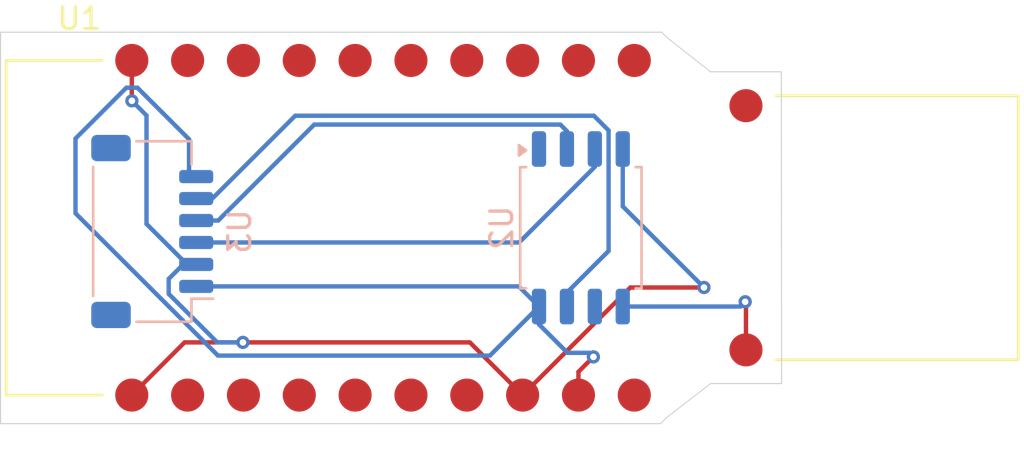
<source format=kicad_pcb>
(kicad_pcb (version 20241229) (generator "pcbnew") (generator_version "9.0")
  (layers (0 "F.Cu" signal) (2 "B.Cu" signal) (13 "F.Paste" user) (15 "B.Paste" user) (5 "F.SilkS" user "F.Silkscreen") (7 "B.SilkS" user "B.Silkscreen") (1 "F.Mask" user) (3 "B.Mask" user) (25 "Edge.Cuts" user))
  (net 0 "")
  (net 3 "/gnd")
  (net 12 "unconnected-(U1-PadVBUS)")
  (net 20 "/btn")
  (net 21 "/rx")
  (net 22 "/vcc")
  (net 23 "/tx")
  (net 25 "/wakeup")
  (footprint "NRF52840-DONGLE:MODULE_NRF52840-DONGLE" (layer "F.Cu") (at 125.125 83.58)
    (property "Reference" "U1" (at -19.685 -9.525 0) (layer "F.SilkS"))
    (property "Value" "NRF52840-DONGLE")
    (fp_line (start -23.02 -7.62) (end -23.02 7.62) (stroke (width 0.127)) (layer "F.SilkS"))
    (fp_line (start -23.02 7.62) (end -18.65 7.62) (stroke (width 0.127)) (layer "F.SilkS"))
    (fp_line (start -18.65 -7.62) (end -23.02 -7.62) (stroke (width 0.127)) (layer "F.SilkS"))
    (fp_line (start 12 -6.01) (end 23.02 -6.01) (stroke (width 0.127)) (layer "F.SilkS"))
    (fp_line (start 23.02 -6.01) (end 23.02 6.01) (stroke (width 0.127)) (layer "F.SilkS"))
    (fp_line (start 23.02 6.01) (end 12 6.01) (stroke (width 0.127)) (layer "F.SilkS"))
    (pad "0.02" smd circle (at -7.145 7.62) (size 1.508 1.508) (layers "F.Cu"))
    (pad "0.09" smd circle (at -12.225 -7.62) (size 1.508 1.508) (layers "F.Cu"))
    (pad "0.10" smd circle (at -14.765 -7.62) (size 1.508 1.508) (layers "F.Cu"))
    (pad "0.13" smd circle (at 5.555 -7.62) (size 1.508 1.508) (layers "F.Cu"))
    (pad "0.15" smd circle (at 3.015 -7.62) (size 1.508 1.508) (layers "F.Cu"))
    (pad "0.17" smd circle (at 0.475 -7.62) (size 1.508 1.508) (layers "F.Cu"))
    (pad "0.20" smd circle (at -2.065 -7.62) (size 1.508 1.508) (layers "F.Cu"))
    (pad "0.22" smd circle (at -4.605 -7.62) (size 1.508 1.508) (layers "F.Cu"))
    (pad "0.24" smd circle (at -7.145 -7.62) (size 1.508 1.508) (layers "F.Cu"))
    (pad "0.29" smd circle (at -4.605 7.62) (size 1.508 1.508) (layers "F.Cu"))
    (pad "0.31" smd circle (at -2.065 7.62) (size 1.508 1.508) (layers "F.Cu"))
    (pad "1.00" smd circle (at -9.685 -7.62) (size 1.508 1.508) (layers "F.Cu"))
    (pad "1.10" smd circle (at -14.765 7.62) (size 1.508 1.508) (layers "F.Cu"))
    (pad "1.13" smd circle (at -12.225 7.62) (size 1.508 1.508) (layers "F.Cu"))
    (pad "1.15" smd circle (at -9.685 7.62) (size 1.508 1.508) (layers "F.Cu"))
    (pad "G1" smd circle (at -17.305 -7.62) (size 1.508 1.508) (layers "F.Cu") (net 3 "/gnd") (padstack (mode front_inner_back) (layer "Inner" (shape circle) (size 1.508 1.508)) (layer "B.Cu" (shape circle) (size 1.508 1.508))))
    (pad "G2" smd circle (at -17.305 7.62) (size 1.508 1.508) (layers "F.Cu") (net 3 "/gnd"))
    (pad "G3" smd circle (at 0.475 7.62) (size 1.508 1.508) (layers "F.Cu") (net 3 "/gnd"))
    (pad "OUT" smd circle (at 3.015 7.62) (size 1.508 1.508) (layers "F.Cu") (net 22 "/vcc"))
    (pad "SWDCLK" smd circle (at 10.635 5.56) (size 1.508 1.508) (layers "F.Cu") (net 20 "/btn"))
    (pad "SWDIO" smd circle (at 10.635 -5.56) (size 1.508 1.508) (layers "F.Cu"))
    (pad "VBUS" smd circle (at 5.555 7.62) (size 1.508 1.508) (layers "F.Cu") (net 12 "unconnected-(U1-PadVBUS)"))
  )
  (footprint "Package_SO:SOIC-8_5.3x5.3mm_P1.27mm" (layer "B.Cu") (at 128.25 83.58 -90)
    (property "Reference" "U2" (at 0 3.6 90) (layer "B.SilkS") (effects (justify mirror)))
    (property "Value" "ATtiny85-20S")
    (fp_line (start -2.76 2.76) (end -2.76 2.49) (stroke (width 0.12)) (layer "B.SilkS"))
    (fp_line (start 0 2.76) (end -2.76 2.76) (stroke (width 0.12)) (layer "B.SilkS"))
    (fp_line (start 0 2.76) (end 2.76 2.76) (stroke (width 0.12)) (layer "B.SilkS"))
    (fp_line (start 2.76 2.76) (end 2.76 2.49) (stroke (width 0.12)) (layer "B.SilkS"))
    (fp_line (start -2.76 -2.76) (end -2.76 -2.49) (stroke (width 0.12)) (layer "B.SilkS"))
    (fp_line (start 0 -2.76) (end -2.76 -2.76) (stroke (width 0.12)) (layer "B.SilkS"))
    (fp_line (start 0 -2.76) (end 2.76 -2.76) (stroke (width 0.12)) (layer "B.SilkS"))
    (fp_line (start 2.76 -2.76) (end 2.76 -2.49) (stroke (width 0.12)) (layer "B.SilkS"))
    (fp_poly (pts (xy -3.525 2.49) (xy -3.765 2.82) (xy -3.285 2.82)) (stroke (width 0.12)) (fill yes) (layer "B.SilkS"))
    (pad "1" smd roundrect (at -3.5875 1.905 270) (size 1.625 0.65) (layers "B.Cu" "B.Mask" "B.Paste"))
    (pad "2" smd roundrect (at -3.5875 0.635 270) (size 1.625 0.65) (layers "B.Cu" "B.Mask" "B.Paste") (net 21 "/rx"))
    (pad "3" smd roundrect (at -3.5875 -0.635 270) (size 1.625 0.65) (layers "B.Cu" "B.Mask" "B.Paste") (net 23 "/tx"))
    (pad "4" smd roundrect (at -3.5875 -1.905 270) (size 1.625 0.65) (layers "B.Cu" "B.Mask" "B.Paste") (net 3 "/gnd"))
    (pad "5" smd roundrect (at 3.5875 -1.905 270) (size 1.625 0.65) (layers "B.Cu" "B.Mask" "B.Paste") (net 20 "/btn"))
    (pad "6" smd roundrect (at 3.5875 -0.635 270) (size 1.625 0.65) (layers "B.Cu" "B.Mask" "B.Paste"))
    (pad "7" smd roundrect (at 3.5875 0.635 270) (size 1.625 0.65) (layers "B.Cu" "B.Mask" "B.Paste") (net 25 "/wakeup"))
    (pad "8" smd roundrect (at 3.5875 1.905 270) (size 1.625 0.65) (layers "B.Cu" "B.Mask" "B.Paste") (net 22 "/vcc"))
  )
  (footprint "Connector_JST:JST_SH_SM06B-SRSS-TB_1x06-1MP_P1.00mm_Horizontal" (layer "B.Cu") (at 108.75 83.75 90)
    (property "Reference" "U3" (at 0 3.98 270) (layer "B.SilkS") (effects (justify mirror)))
    (property "Value" "~")
    (fp_line (start -2.94 -2.685) (end 2.94 -2.685) (stroke (width 0.12)) (layer "B.SilkS"))
    (fp_line (start 4.11 -0.715) (end 4.11 1.785) (stroke (width 0.12)) (layer "B.SilkS"))
    (fp_line (start -4.11 -0.715) (end -4.11 1.785) (stroke (width 0.12)) (layer "B.SilkS"))
    (fp_line (start 4.11 1.785) (end 3.06 1.785) (stroke (width 0.12)) (layer "B.SilkS"))
    (fp_line (start -3.06 1.785) (end -3.06 2.775) (stroke (width 0.12)) (layer "B.SilkS"))
    (fp_line (start -4.11 1.785) (end -3.06 1.785) (stroke (width 0.12)) (layer "B.SilkS"))
    (pad "1" smd roundrect (at -2.5 2 90) (size 0.6 1.55) (layers "B.Cu" "B.Mask" "B.Paste") (net 22 "/vcc"))
    (pad "2" smd roundrect (at -1.5 2 90) (size 0.6 1.55) (layers "B.Cu" "B.Mask" "B.Paste") (net 3 "/gnd"))
    (pad "3" smd roundrect (at -0.5 2 90) (size 0.6 1.55) (layers "B.Cu" "B.Mask" "B.Paste") (net 23 "/tx"))
    (pad "4" smd roundrect (at 0.5 2 90) (size 0.6 1.55) (layers "B.Cu" "B.Mask" "B.Paste") (net 21 "/rx"))
    (pad "5" smd roundrect (at 1.5 2 90) (size 0.6 1.55) (layers "B.Cu" "B.Mask" "B.Paste") (net 25 "/wakeup"))
    (pad "6" smd roundrect (at 2.5 2 90) (size 0.6 1.55) (layers "B.Cu" "B.Mask" "B.Paste") (net 22 "/vcc"))
    (pad "MP" smd roundrect (at -3.8 -1.875 90) (size 1.2 1.8) (layers "B.Cu" "B.Mask" "B.Paste") (roundrect_rratio 0.208333))
    (pad "MP" smd roundrect (at 3.8 -1.875 90) (size 1.2 1.8) (layers "B.Cu" "B.Mask" "B.Paste") (roundrect_rratio 0.208333))
  )
  (gr_line (start 131.925 74.675) (end 101.85 74.675) (stroke (width 0.05)) (layer "Edge.Cuts"))
  (gr_line (start 134.41 76.475) (end 137.37 76.475) (stroke (width 0.05)) (layer "Edge.Cuts"))
  (gr_line (start 137.37 76.975) (end 137.38 90.12) (stroke (width 0.05)) (layer "Edge.Cuts"))
  (gr_line (start 134.15 76.475) (end 132.175 74.925) (stroke (width 0.05)) (layer "Edge.Cuts"))
  (gr_line (start 131.925 74.675) (end 132.175 74.925) (stroke (width 0.05)) (layer "Edge.Cuts"))
  (gr_line (start 137.380042 90.675) (end 137.380042 90.175) (stroke (width 0.05)) (layer "Edge.Cuts"))
  (gr_line (start 132.15 92.225) (end 134.15 90.675) (stroke (width 0.05)) (layer "Edge.Cuts"))
  (gr_line (start 137.38 90.12) (end 137.380042 90.175) (stroke (width 0.05)) (layer "Edge.Cuts"))
  (gr_line (start 101.85 92.5) (end 101.85 92.225) (stroke (width 0.05)) (layer "Edge.Cuts"))
  (gr_line (start 132.15 92.225) (end 131.881707 92.5) (stroke (width 0.05)) (layer "Edge.Cuts"))
  (gr_line (start 134.41 76.475) (end 134.15 76.475) (stroke (width 0.05)) (layer "Edge.Cuts"))
  (gr_line (start 137.37 76.975) (end 137.37 76.475) (stroke (width 0.05)) (layer "Edge.Cuts"))
  (gr_line (start 101.85 74.95) (end 101.85 74.675) (stroke (width 0.05)) (layer "Edge.Cuts"))
  (gr_line (start 131.881707 92.5) (end 101.85 92.5) (stroke (width 0.05)) (layer "Edge.Cuts"))
  (gr_line (start 137.380042 90.675) (end 134.15 90.675) (stroke (width 0.05)) (layer "Edge.Cuts"))
  (gr_line (start 101.85 74.95) (end 101.85 92.225) (stroke (width 0.05)) (layer "Edge.Cuts"))
  (segment (start 107.82 75.96) (end 107.82 77.795) (width 0.2) (layer "F.Cu") (net 3))
  (segment (start 110.22 88.8) (end 112.875 88.8) (width 0.2) (layer "F.Cu") (net 3))
  (segment (start 123.2 88.8) (end 125.6 91.2) (width 0.2) (layer "F.Cu") (net 3))
  (segment (start 130.5 86.3) (end 125.6 91.2) (width 0.2) (layer "F.Cu") (net 3))
  (segment (start 112.875 88.8) (end 123.2 88.8) (width 0.2) (layer "F.Cu") (net 3))
  (segment (start 107.82 91.2) (end 110.22 88.8) (width 0.2) (layer "F.Cu") (net 3))
  (segment (start 107.82 77.795) (end 107.825 77.8) (width 0.2) (layer "F.Cu") (net 3))
  (segment (start 133.85 86.3) (end 130.5 86.3) (width 0.2) (layer "F.Cu") (net 3))
  (via (at 107.825 77.8) (size 0.6) (drill 0.3) (layers "F.Cu" "B.Cu") (net 3))
  (via (at 133.85 86.3) (size 0.6) (drill 0.3) (layers "F.Cu" "B.Cu") (net 3))
  (via (at 112.875 88.8) (size 0.6) (drill 0.3) (layers "F.Cu" "B.Cu") (net 3))
  (segment (start 110.158032 85.25) (end 110.425 85.25) (width 0.2) (layer "B.Cu") (net 3))
  (segment (start 108.49 78.465) (end 108.49 83.406968) (width 0.2) (layer "B.Cu") (net 3))
  (segment (start 109.499 85.909032) (end 109.499 86.590968) (width 0.2) (layer "B.Cu") (net 3))
  (segment (start 108.49 83.406968) (end 110.333032 85.25) (width 0.2) (layer "B.Cu") (net 3))
  (segment (start 110.158032 85.25) (end 109.499 85.909032) (width 0.2) (layer "B.Cu") (net 3))
  (segment (start 109.499 86.590968) (end 111.708032 88.8) (width 0.2) (layer "B.Cu") (net 3))
  (segment (start 110.333032 85.25) (end 110.75 85.25) (width 0.2) (layer "B.Cu") (net 3))
  (segment (start 130.155 79.9925) (end 130.155 82.605) (width 0.2) (layer "B.Cu") (net 3))
  (segment (start 130.155 82.605) (end 133.85 86.3) (width 0.2) (layer "B.Cu") (net 3))
  (segment (start 107.825 77.8) (end 108.49 78.465) (width 0.2) (layer "B.Cu") (net 3))
  (segment (start 111.708032 88.8) (end 112.875 88.8) (width 0.2) (layer "B.Cu") (net 3))
  (segment (start 130.65 91.17) (end 130.68 91.2) (width 0.2) (layer "F.Cu") (net 12))
  (segment (start 135.76 89.14) (end 135.76 86.985) (width 0.2) (layer "F.Cu") (net 20))
  (segment (start 135.76 86.985) (end 135.725 86.95) (width 0.2) (layer "F.Cu") (net 20))
  (via (at 135.725 86.95) (size 0.6) (drill 0.3) (layers "F.Cu" "B.Cu") (net 20))
  (segment (start 135.725 86.95) (end 135.5075 87.1675) (width 0.2) (layer "B.Cu") (net 20))
  (segment (start 135.5075 87.1675) (end 130.155 87.1675) (width 0.2) (layer "B.Cu") (net 20))
  (segment (start 111.75 83.25) (end 110.425 83.25) (width 0.2) (layer "B.Cu") (net 21))
  (segment (start 116.121 78.879) (end 111.75 83.25) (width 0.2) (layer "B.Cu") (net 21))
  (segment (start 127.615 79.9925) (end 127.615 79.180001) (width 0.2) (layer "B.Cu") (net 21))
  (segment (start 127.313999 78.879) (end 116.121 78.879) (width 0.2) (layer "B.Cu") (net 21))
  (segment (start 127.615 79.180001) (end 127.313999 78.879) (width 0.2) (layer "B.Cu") (net 21))
  (segment (start 128.14 90.14) (end 128.14 91.2) (width 0.2) (layer "F.Cu") (net 22))
  (segment (start 128.82 89.46) (end 128.14 90.14) (width 0.2) (layer "F.Cu") (net 22))
  (via (at 128.82 89.46) (size 0.6) (drill 0.3) (layers "F.Cu" "B.Cu") (net 22))
  (segment (start 105.26 82.919068) (end 111.741932 89.401) (width 0.2) (layer "B.Cu") (net 22))
  (segment (start 108.073943 77.199) (end 107.576057 77.199) (width 0.2) (layer "B.Cu") (net 22))
  (segment (start 110.425 79.550057) (end 108.073943 77.199) (width 0.2) (layer "B.Cu") (net 22))
  (segment (start 105.26 79.515057) (end 105.26 82.919068) (width 0.2) (layer "B.Cu") (net 22))
  (segment (start 128.635 89.275) (end 128.82 89.46) (width 0.2) (layer "B.Cu") (net 22))
  (segment (start 125.4275 86.25) (end 126.345 87.1675) (width 0.2) (layer "B.Cu") (net 22))
  (segment (start 110.425 81.25) (end 110.425 79.550057) (width 0.2) (layer "B.Cu") (net 22))
  (segment (start 111.741932 89.401) (end 124.1115 89.401) (width 0.2) (layer "B.Cu") (net 22))
  (segment (start 124.1115 89.401) (end 126.345 87.1675) (width 0.2) (layer "B.Cu") (net 22))
  (segment (start 127.640001 89.275) (end 128.635 89.275) (width 0.2) (layer "B.Cu") (net 22))
  (segment (start 126.345 87.979999) (end 127.640001 89.275) (width 0.2) (layer "B.Cu") (net 22))
  (segment (start 107.576057 77.199) (end 105.26 79.515057) (width 0.2) (layer "B.Cu") (net 22))
  (segment (start 126.345 87.1675) (end 126.345 87.979999) (width 0.2) (layer "B.Cu") (net 22))
  (segment (start 110.425 86.25) (end 125.4275 86.25) (width 0.2) (layer "B.Cu") (net 22))
  (segment (start 128.885 79.9925) (end 128.885 80.804999) (width 0.2) (layer "B.Cu") (net 23))
  (segment (start 125.439999 84.25) (end 110.425 84.25) (width 0.2) (layer "B.Cu") (net 23))
  (segment (start 128.885 80.804999) (end 125.439999 84.25) (width 0.2) (layer "B.Cu") (net 23))
  (segment (start 111.482899 82.25) (end 115.254899 78.478) (width 0.2) (layer "B.Cu") (net 25))
  (segment (start 129.511 84.635) (end 127.615 86.531) (width 0.2) (layer "B.Cu") (net 25))
  (segment (start 129.511 79.14601) (end 129.511 84.635) (width 0.2) (layer "B.Cu") (net 25))
  (segment (start 110.425 82.25) (end 111.482899 82.25) (width 0.2) (layer "B.Cu") (net 25))
  (segment (start 127.615 86.531) (end 127.615 87.1675) (width 0.2) (layer "B.Cu") (net 25))
  (segment (start 115.254899 78.478) (end 128.84299 78.478) (width 0.2) (layer "B.Cu") (net 25))
  (segment (start 128.84299 78.478) (end 129.511 79.14601) (width 0.2) (layer "B.Cu") (net 25))
)
</source>
